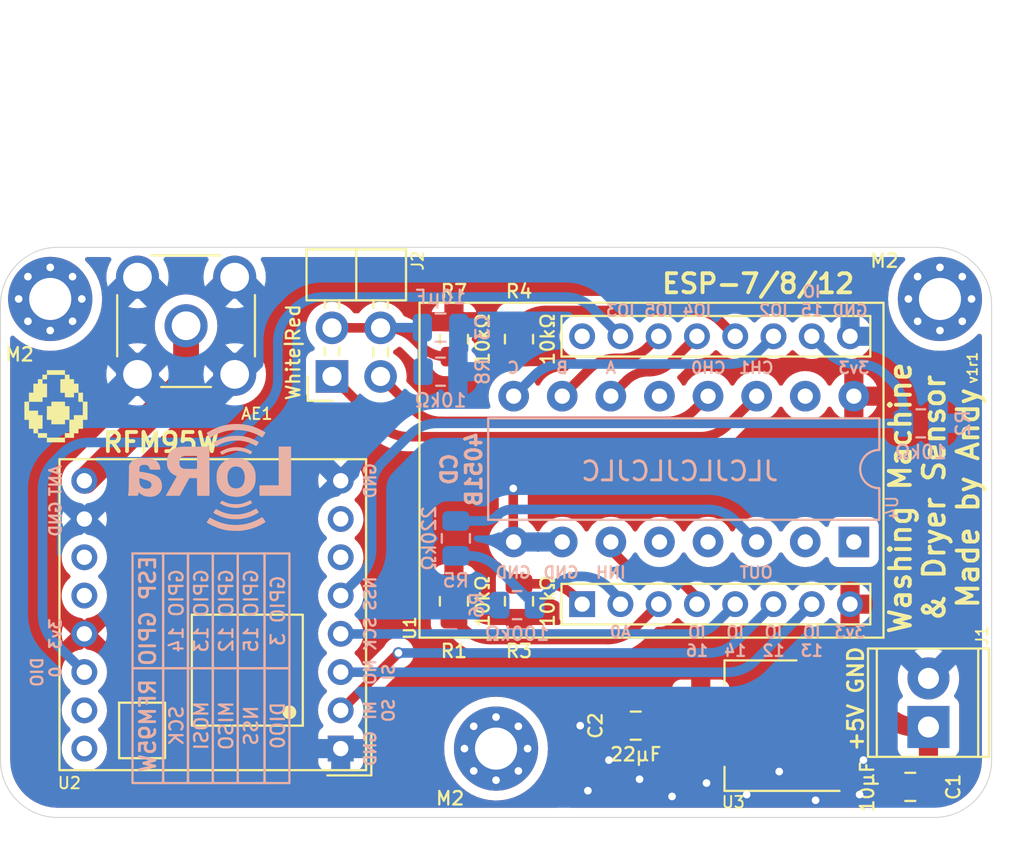
<source format=kicad_pcb>
(kicad_pcb (version 20211014) (generator pcbnew)
  (layers (0 "F.Cu" signal) (31 "B.Cu" signal) (34 "B.Paste" user) (35 "F.Paste" user) (36 "B.SilkS" user "B.Silkscreen") (37 "F.SilkS" user "F.Silkscreen") (38 "B.Mask" user) (39 "F.Mask" user) (44 "Edge.Cuts" user))
  (net 0 "")
  (net 1 "/+5V")
  (net 2 "GND")
  (net 3 "+3V3")
  (net 4 "Net-(C3-Pad2)")
  (net 5 "GPIO4")
  (net 6 "GPIO5")
  (net 7 "GPIO15")
  (net 8 "PM1")
  (net 9 "GPIO16")
  (net 10 "PM2")
  (net 11 "GPIO14")
  (net 12 "GPIO12")
  (net 13 "GPIO13")
  (net 20 "Net-(R1-Pad1)")
  (net 22 "GPIO2")
  (net 23 "/Antenna")
  (net 24 "Net-(R3-Pad2)")
  (net 25 "Net-(R4-Pad2)")
  (net 26 "/ADCRAW")
  (net 27 "A0")
  (net 28 "GPIO3")
  (footprint "Andys-Footprints:ESP-12-Socket" (layer "F.Cu") (at 197.95 110.5 90)
    (fp_text reference "U1" (at 0.5 -24.75 270) (layer "F.SilkS") (effects (font (size 0.6 0.6) (thickness 0.12))))
    (fp_text value "ESP-12")
    (fp_text user "ESP-7/8/12" (at 18.5 -6.55 unlocked) (layer "F.SilkS") (effects (font (thickness 0.2))))
    (pad "1" thru_hole rect (at 1.75 -15.75 90) (size 1.35 1.35) (drill 0.8) (layers *.Cu *.Mask) (net 24 "Net-(R3-Pad2)"))
    (pad "2" thru_hole oval (at 1.75 -13.75 90) (size 1.35 1.35) (drill 0.8) (layers *.Cu *.Mask) (net 27 "A0"))
    (pad "3" thru_hole oval (at 1.75 -11.75 90) (size 1.35 1.35) (drill 0.8) (layers *.Cu *.Mask) (net 20 "Net-(R1-Pad1)"))
    (pad "4" thru_hole oval (at 1.75 -9.75 90) (size 1.35 1.35) (drill 0.8) (layers *.Cu *.Mask) (net 9 "GPIO16"))
    (pad "5" thru_hole oval (at 1.75 -7.75 90) (size 1.35 1.35) (drill 0.8) (layers *.Cu *.Mask) (net 11 "GPIO14"))
    (pad "6" thru_hole oval (at 1.75 -5.75 90) (size 1.35 1.35) (drill 0.8) (layers *.Cu *.Mask) (net 12 "GPIO12"))
    (pad "7" thru_hole oval (at 1.75 -3.75 90) (size 1.35 1.35) (drill 0.8) (layers *.Cu *.Mask) (net 13 "GPIO13"))
    (pad "8" thru_hole oval (at 1.75 -1.75 90) (size 1.35 1.35) (drill 0.8) (layers *.Cu *.Mask) (net 3 "+3V3"))
    (pad "15" thru_hole oval (at 15.75 -1.75 90) (size 1.35 1.35) (drill 0.8) (layers *.Cu *.Mask) (net 2 "GND"))
    (pad "16" thru_hole oval (at 15.75 -3.75 90) (size 1.35 1.35) (drill 0.8) (layers *.Cu *.Mask) (net 7 "GPIO15"))
    (pad "17" thru_hole oval (at 15.75 -5.75 90) (size 1.35 1.35) (drill 0.8) (layers *.Cu *.Mask) (net 22 "GPIO2"))
    (pad "18" thru_hole oval (at 15.75 -7.75 90) (size 1.35 1.35) (drill 0.8) (layers *.Cu *.Mask) (net 25 "Net-(R4-Pad2)"))
    (pad "19" thru_hole oval (at 15.75 -9.75 90) (size 1.35 1.35) (drill 0.8) (layers *.Cu *.Mask) (net 5 "GPIO4"))
    (pad "20" thru_hole oval (at 15.75 -11.75 90) (size 1.35 1.35) (drill 0.8) (layers *.Cu *.Mask) (net 6 "GPIO5"))
    (pad "21" thru_hole oval (at 15.75 -13.75 90) (size 1.35 1.35) (drill 0.8) (layers *.Cu *.Mask) (net 28 "GPIO3"))
    (pad "22" thru_hole circle (at 15.75 -15.75 90) (size 1.35 1.35) (drill 0.8) (layers *.Cu *.Mask))
  )
  (footprint "Capacitor_SMD:C_0805_2012Metric" (layer "F.Cu") (at 199.35 118.3 180)
    (fp_text reference "C1" (at -2.25 0 90 unlocked) (layer "F.SilkS") (effects (font (size 0.7 0.7) (thickness 0.12))))
    (fp_text value "10µF" (at 2.25 0 90) (layer "F.SilkS") (effects (font (size 0.7 0.7) (thickness 0.12))))
    (pad "1" smd roundrect locked (at -0.95 0 180) (size 1 1.45) (layers "F.Cu" "F.Paste" "F.Mask") (net 1 "/+5V"))
    (pad "2" smd roundrect locked (at 0.95 0 180) (size 1 1.45) (layers "F.Cu" "F.Paste" "F.Mask") (net 2 "GND") (thermal_gap 0.5))
  )
  (footprint "Resistor_SMD:R_0805_2012Metric" (layer "F.Cu") (at 175.5 108.6 90)
    (fp_text reference "R1" (at -2.6 0 unlocked) (layer "F.SilkS") (effects (font (size 0.7 0.7) (thickness 0.12))))
    (fp_text value "10kΩ" (at 0 1.5 90) (layer "F.SilkS") (effects (font (size 0.7 0.7) (thickness 0.12))))
    (pad "1" smd roundrect locked (at -0.9125 0 90) (size 1.025 1.4) (layers "F.Cu" "F.Paste" "F.Mask") (roundrect_rratio 0.243902439) (net 20 "Net-(R1-Pad1)"))
    (pad "2" smd roundrect locked (at 0.9125 0 90) (size 1.025 1.4) (layers "F.Cu" "F.Paste" "F.Mask") (roundrect_rratio 0.243902439) (net 3 "+3V3"))
  )
  (footprint "Andys-Footprints:TerminalBlock_Phoenix_MPT-0,5-2-2.54_1x02_P2.54mm_Horizontal-removed-extra-holes" (layer "F.Cu") (at 200.3 115.17 90)
    (fp_text reference "J1" (at 4.77 2.8 90 unlocked) (layer "F.SilkS") (effects (font (size 0.6 0.6) (thickness 0.1))))
    (fp_text value "Screw_Terminal_01x02")
    (pad "1" thru_hole rect locked (at 0 0 90) (size 2.2 2.2) (drill 1.1) (layers *.Cu *.Mask) (net 1 "/+5V"))
    (pad "2" thru_hole circle locked (at 2.54 0 90) (size 2.2 2.2) (drill 1.1) (layers *.Cu *.Mask) (net 2 "GND"))
  )
  (footprint "Resistor_SMD:R_0805_2012Metric" (layer "F.Cu") (at 178.9 108.6 90)
    (fp_text reference "R3" (at -2.6 0 unlocked) (layer "F.SilkS") (effects (font (size 0.7 0.7) (thickness 0.12))))
    (fp_text value "10kΩ" (at 0 1.5 90) (layer "F.SilkS") (effects (font (size 0.7 0.7) (thickness 0.12))))
    (pad "1" smd roundrect locked (at -0.9125 0 90) (size 1.025 1.4) (layers "F.Cu" "F.Paste" "F.Mask") (roundrect_rratio 0.243902439) (net 3 "+3V3"))
    (pad "2" smd roundrect locked (at 0.9125 0 90) (size 1.025 1.4) (layers "F.Cu" "F.Paste" "F.Mask") (roundrect_rratio 0.243902439) (net 24 "Net-(R3-Pad2)"))
  )
  (footprint "MountingHole:MountingHole_2.2mm_M2_Pad_Via" (layer "F.Cu") (at 154.4 92.8)
    (fp_text reference "H1")
    (fp_text value "M2" (at -1.6 2.9) (layer "F.SilkS") (effects (font (size 0.7 0.7) (thickness 0.12))))
    (pad "1" thru_hole circle (at 1.65 0) (size 0.7 0.7) (drill 0.4) (layers *.Cu *.Mask))
    (pad "1" thru_hole circle (at -1.166726 -1.166726) (size 0.7 0.7) (drill 0.4) (layers *.Cu *.Mask))
    (pad "1" thru_hole circle (at 0 0) (size 4.4 4.4) (drill 2.2) (layers *.Cu *.Mask))
    (pad "1" thru_hole circle (at -1.65 0) (size 0.7 0.7) (drill 0.4) (layers *.Cu *.Mask))
    (pad "1" thru_hole circle (at 1.166726 -1.166726) (size 0.7 0.7) (drill 0.4) (layers *.Cu *.Mask))
    (pad "1" thru_hole circle (at 0 1.65) (size 0.7 0.7) (drill 0.4) (layers *.Cu *.Mask))
    (pad "1" thru_hole circle (at 1.166726 1.166726) (size 0.7 0.7) (drill 0.4) (layers *.Cu *.Mask))
    (pad "1" thru_hole circle (at -1.166726 1.166726) (size 0.7 0.7) (drill 0.4) (layers *.Cu *.Mask))
    (pad "1" thru_hole circle (at 0 -1.65) (size 0.7 0.7) (drill 0.4) (layers *.Cu *.Mask))
  )
  (footprint "MountingHole:MountingHole_2.2mm_M2_Pad_Via" (layer "F.Cu") (at 177.7 116.3)
    (fp_text reference "H3")
    (fp_text value "M2" (at -2.4 2.6) (layer "F.SilkS") (effects (font (size 0.7 0.7) (thickness 0.12))))
    (pad "1" thru_hole circle (at 0 -1.65) (size 0.7 0.7) (drill 0.4) (layers *.Cu *.Mask))
    (pad "1" thru_hole circle (at -1.65 0) (size 0.7 0.7) (drill 0.4) (layers *.Cu *.Mask))
    (pad "1" thru_hole circle (at 1.166726 1.166726) (size 0.7 0.7) (drill 0.4) (layers *.Cu *.Mask))
    (pad "1" thru_hole circle (at -1.166726 1.166726) (size 0.7 0.7) (drill 0.4) (layers *.Cu *.Mask))
    (pad "1" thru_hole circle (at -1.166726 -1.166726) (size 0.7 0.7) (drill 0.4) (layers *.Cu *.Mask))
    (pad "1" thru_hole circle (at 0 1.65) (size 0.7 0.7) (drill 0.4) (layers *.Cu *.Mask))
    (pad "1" thru_hole circle (at 0 0) (size 4.4 4.4) (drill 2.2) (layers *.Cu *.Mask))
    (pad "1" thru_hole circle (at 1.65 0) (size 0.7 0.7) (drill 0.4) (layers *.Cu *.Mask))
    (pad "1" thru_hole circle (at 1.166726 -1.166726) (size 0.7 0.7) (drill 0.4) (layers *.Cu *.Mask))
  )
  (footprint "Resistor_SMD:R_0805_2012Metric" (layer "F.Cu") (at 175.5 94.9 -90)
    (fp_text reference "R7" (at -2.5 0 180) (layer "F.SilkS") (effects (font (size 0.7 0.7) (thickness 0.12))))
    (fp_text value "10kΩ" (at 0 -1.5 90) (layer "F.SilkS") (effects (font (size 0.7 0.7) (thickness 0.12))))
    (pad "1" smd roundrect (at -0.9125 0 270) (size 1.025 1.4) (layers "F.Cu" "F.Paste" "F.Mask") (roundrect_rratio 0.243902439) (net 3 "+3V3"))
    (pad "2" smd roundrect (at 0.9125 0 270) (size 1.025 1.4) (layers "F.Cu" "F.Paste" "F.Mask") (roundrect_rratio 0.243902439) (net 4 "Net-(C3-Pad2)"))
  )
  (footprint "Andys-Footprints:HOPERF_RFM9XW_THT_Fixed_Size" (layer "F.Cu") (at 169.5825 116.3 180)
    (fp_text reference "U2" (at 14.1825 -1.8) (layer "F.SilkS") (effects (font (size 0.6 0.6) (thickness 0.1))))
    (fp_text value "RFM95W-868S2")
    (fp_text user "RFM95W" (at 9.3825 16 unlocked) (layer "F.SilkS") (effects (font (thickness 0.2))))
    (pad "1" thru_hole rect (at 0 0 180) (size 1.35 1.35) (drill 0.8) (layers *.Cu *.Mask) (net 2 "GND"))
    (pad "2" thru_hole circle (at 0 2 180) (size 1.35 1.35) (drill 0.8) (layers *.Cu *.Mask) (net 12 "GPIO12"))
    (pad "3" thru_hole circle (at 0 4 180) (size 1.35 1.35) (drill 0.8) (layers *.Cu *.Mask) (net 13 "GPIO13"))
    (pad "4" thru_hole circle (at 0 6 180) (size 1.35 1.35) (drill 0.8) (layers *.Cu *.Mask) (net 11 "GPIO14"))
    (pad "5" thru_hole circle (at 0 8 180) (size 1.35 1.35) (drill 0.8) (layers *.Cu *.Mask) (net 7 "GPIO15"))
    (pad "6" thru_hole circle (at 0 10 180) (size 1.35 1.35) (drill 0.8) (layers *.Cu *.Mask))
    (pad "7" thru_hole circle (at 0 12 180) (size 1.35 1.35) (drill 0.8) (layers *.Cu *.Mask))
    (pad "8" thru_hole circle (at 0 14 180) (size 1.35 1.35) (drill 0.8) (layers *.Cu *.Mask) (net 2 "GND"))
    (pad "9" thru_hole circle (at 13.4 14 180) (size 1.35 1.35) (drill 0.8) (layers *.Cu *.Mask) (net 23 "/Antenna"))
    (pad "10" thru_hole circle (at 13.4 12 180) (size 1.35 1.35) (drill 0.8) (layers *.Cu *.Mask) (net 2 "GND"))
    (pad "11" thru_hole circle (at 13.4 10 180) (size 1.35 1.35) (drill 0.8) (layers *.Cu *.Mask))
    (pad "12" thru_hole circle (at 13.4 8 180) (size 1.35 1.35) (drill 0.8) (layers *.Cu *.Mask))
    (pad "13" thru_hole circle (at 13.4 6 180) (size 1.35 1.35) (drill 0.8) (layers *.Cu *.Mask) (net 3 "+3V3"))
    (pad "14" thru_hole circle (at 13.4 4 180) (size 1.35 1.35) (drill 0.8) (layers *.Cu *.Mask) (net 28 "GPIO3"))
    (pad "15" thru_hole circle (at 13.4 2 180) (size 1.35 1.35) (drill 0.8) (layers *.Cu *.Mask))
    (pad "16" thru_hole circle (at 13.4 0 180) (size 1.35 1.35) (drill 0.8) (layers *.Cu *.Mask))
  )
  (footprint "Package_TO_SOT_SMD:SOT-223-3_TabPin2" (layer "F.Cu") (at 191.55 115.1 180)
    (fp_text reference "U3" (at 1.45 -4) (layer "F.SilkS") (effects (font (size 0.6 0.6) (thickness 0.1))))
    (fp_text value "AMS1117-3.3")
    (pad "1" smd rect (at -3.15 -2.3 180) (size 2 1.5) (layers "F.Cu" "F.Paste" "F.Mask") (net 2 "GND"))
    (pad "2" smd rect (at 3.15 0 180) (size 2 3.8) (layers "F.Cu" "F.Paste" "F.Mask") (net 3 "+3V3"))
    (pad "2" smd rect (at -3.15 0 180) (size 2 1.5) (layers "F.Cu" "F.Paste" "F.Mask") (net 3 "+3V3"))
    (pad "3" smd rect (at -3.15 2.3 180) (size 2 1.5) (layers "F.Cu" "F.Paste" "F.Mask") (net 1 "/+5V"))
  )
  (footprint "Connector_Coaxial:SMA_Molex_73251-2200_Horizontal" (layer "F.Cu") (at 161.5 94.2)
    (fp_text reference "AE1" (at 3.7 4.6 180) (layer "F.SilkS") (effects (font (size 0.6 0.6) (thickness 0.1))))
    (fp_text value "Antenna")
    (pad "1" thru_hole circle locked (at 0 0) (size 2.25 2.25) (drill 1.5) (layers *.Cu *.Mask) (net 23 "/Antenna"))
    (pad "2" thru_hole circle locked (at 2.54 -2.54) (size 2.25 2.25) (drill 1.5) (layers *.Cu *.Mask) (net 2 "GND") (thermal_gap 0.5))
    (pad "2" thru_hole circle locked (at -2.54 2.54) (size 2.25 2.25) (drill 1.5) (layers *.Cu *.Mask) (net 2 "GND") (thermal_gap 0.5))
    (pad "2" thru_hole circle locked (at 2.54 2.54 90) (size 2.25 2.25) (drill 1.5) (layers *.Cu *.Mask) (net 2 "GND") (thermal_gap 0.5))
    (pad "2" thru_hole circle locked (at -2.54 -2.54) (size 2.25 2.25) (drill 1.5) (layers *.Cu *.Mask) (net 2 "GND") (thermal_gap 0.5))
  )
  (footprint "Capacitor_SMD:C_0805_2012Metric" (layer "F.Cu") (at 185 115.1 180)
    (fp_text reference "C2" (at 2.1 0 90 unlocked) (layer "F.SilkS") (effects (font (size 0.7 0.7) (thickness 0.12))))
    (fp_text value "22µF" (at 0 -1.5) (layer "F.SilkS") (effects (font (size 0.7 0.7) (thickness 0.12))))
    (pad "1" smd roundrect locked (at -0.95 0 180) (size 1 1.45) (layers "F.Cu" "F.Paste" "F.Mask") (net 3 "+3V3"))
    (pad "2" smd roundrect locked (at 0.95 0 180) (size 1 1.45) (layers "F.Cu" "F.Paste" "F.Mask") (net 2 "GND"))
  )
  (footprint "MountingHole:MountingHole_2.2mm_M2_Pad_Via" (layer "F.Cu") (at 200.9 92.8)
    (fp_text reference "H2")
    (fp_text value "M2" (at -2.9 -2) (layer "F.SilkS") (effects (font (size 0.7 0.7) (thickness 0.12))))
    (pad "1" thru_hole circle (at 0 0) (size 4.4 4.4) (drill 2.2) (layers *.Cu *.Mask))
    (pad "1" thru_hole circle (at 0 1.65) (size 0.7 0.7) (drill 0.4) (layers *.Cu *.Mask))
    (pad "1" thru_hole circle (at -1.166726 -1.166726) (size 0.7 0.7) (drill 0.4) (layers *.Cu *.Mask))
    (pad "1" thru_hole circle (at 1.166726 1.166726) (size 0.7 0.7) (drill 0.4) (layers *.Cu *.Mask))
    (pad "1" thru_hole circle (at 0 -1.65) (size 0.7 0.7) (drill 0.4) (layers *.Cu *.Mask))
    (pad "1" thru_hole circle (at 1.166726 -1.166726) (size 0.7 0.7) (drill 0.4) (layers *.Cu *.Mask))
    (pad "1" thru_hole circle (at -1.166726 1.166726) (size 0.7 0.7) (drill 0.4) (layers *.Cu *.Mask))
    (pad "1" thru_hole circle (at -1.65 0) (size 0.7 0.7) (drill 0.4) (layers *.Cu *.Mask))
    (pad "1" thru_hole circle (at 1.65 0) (size 0.7 0.7) (drill 0.4) (layers *.Cu *.Mask))
  )
  (footprint "Connector_PinHeader_2.54mm:PinHeader_2x02_P2.54mm_Horizontal" (layer "F.Cu") (at 169.125 96.85 90)
    (fp_text reference "J2" (at 6.05 4.475 90) (layer "F.SilkS") (effects (font (size 0.6 0.6) (thickness 0.1))))
    (fp_text value "Conn_02x02_Odd_Even")
    (pad "1" thru_hole rect (at 0 0 90) (size 1.7 1.7) (drill 1) (layers *.Cu *.Mask) (net 10 "PM2"))
    (pad "2" thru_hole oval (at 2.54 0 90) (size 1.7 1.7) (drill 1) (layers *.Cu *.Mask) (net 4 "Net-(C3-Pad2)"))
    (pad "3" thru_hole oval (at 0 2.54 90) (size 1.7 1.7) (drill 1) (layers *.Cu *.Mask) (net 8 "PM1"))
    (pad "4" thru_hole oval (at 2.54 2.54 90) (size 1.7 1.7) (drill 1) (layers *.Cu *.Mask) (net 4 "Net-(C3-Pad2)"))
  )
  (footprint "Resistor_SMD:R_0805_2012Metric" (layer "F.Cu") (at 178.9 94.9 90)
    (fp_text reference "R4" (at 2.5 0 180) (layer "F.SilkS") (effects (font (size 0.7 0.7) (thickness 0.12))))
    (fp_text value "10kΩ" (at 0 1.5 90) (layer "F.SilkS") (effects (font (size 0.7 0.7) (thickness 0.12))))
    (pad "1" smd roundrect (at -0.9125 0 90) (size 1.025 1.4) (layers "F.Cu" "F.Paste" "F.Mask") (roundrect_rratio 0.243902439) (net 3 "+3V3"))
    (pad "2" smd roundrect (at 0.9125 0 90) (size 1.025 1.4) (layers "F.Cu" "F.Paste" "F.Mask") (roundrect_rratio 0.243902439) (net 25 "Net-(R4-Pad2)"))
  )
  (footprint "Andys-Footprints:Yoshi-Egg-Small" (layer "F.Cu") (at 154.7 98.4)
    (fp_text reference "G1" hide)
    (fp_text value "LOGO" hide)
  )
  (footprint "Resistor_SMD:R_0805_2012Metric" (layer "B.Cu") (at 199.9 99.3)
    (fp_text reference "R2" (at 2.2 0 90 unlocked) (layer "B.SilkS") (effects (font (size 0.7 0.7) (thickness 0.12)) (justify mirror)))
    (fp_text value "10kΩ" (at 0 1.5) (layer "B.SilkS") (effects (font (size 0.7 0.7) (thickness 0.12)) (justify mirror)))
    (pad "1" smd roundrect locked (at -0.9125 0) (size 1.025 1.4) (layers "B.Cu" "B.Paste" "B.Mask") (roundrect_rratio 0.243902439) (net 7 "GPIO15"))
    (pad "2" smd roundrect locked (at 0.9125 0) (size 1.025 1.4) (layers "B.Cu" "B.Paste" "B.Mask") (roundrect_rratio 0.243902439) (net 2 "GND"))
  )
  (footprint "Capacitor_SMD:C_0805_2012Metric" (layer "B.Cu") (at 174.8 94.3 180)
    (fp_text reference "C3" (at -2.2 0 90) (layer "B.SilkS") (effects (font (size 0.7 0.7) (thickness 0.12)) (justify mirror)))
    (fp_text value "10µF" (at 0 1.6) (layer "B.SilkS") (effects (font (size 0.7 0.7) (thickness 0.12)) (justify mirror)))
    (pad "1" smd roundrect (at -0.95 0 180) (size 1 1.45) (layers "B.Cu" "B.Paste" "B.Mask") (net 2 "GND"))
    (pad "2" smd roundrect (at 0.95 0 180) (size 1 1.45) (layers "B.Cu" "B.Paste" "B.Mask") (net 4 "Net-(C3-Pad2)"))
  )
  (footprint "Package_DIP:DIP-16_W7.62mm" (layer "B.Cu") (at 196.4 105.5 90)
    (fp_text reference "U4" (at 1.8 2 90) (layer "B.SilkS") (effects (font (size 0.6 0.6) (thickness 0.1)) (justify mirror)))
    (fp_text value "CD4051B")
    (pad "1" thru_hole rect (at 0 0 90) (size 1.6 1.6) (drill 0.8) (layers *.Cu *.Mask))
    (pad "2" thru_hole oval (at 0 -2.54 90) (size 1.6 1.6) (drill 0.8) (layers *.Cu *.Mask))
    (pad "3" thru_hole oval (at 0 -5.08 90) (size 1.6 1.6) (drill 0.8) (layers *.Cu *.Mask) (net 26 "/ADCRAW"))
    (pad "4" thru_hole oval (at 0 -7.62 90) (size 1.6 1.6) (drill 0.8) (layers *.Cu *.Mask))
    (pad "5" thru_hole oval (at 0 -10.16 90) (size 1.6 1.6) (drill 0.8) (layers *.Cu *.Mask))
    (pad "6" thru_hole oval (at 0 -12.7 90) (size 1.6 1.6) (drill 0.8) (layers *.Cu *.Mask) (net 9 "GPIO16"))
    (pad "7" thru_hole oval (at 0 -15.24 90) (size 1.6 1.6) (drill 0.8) (layers *.Cu *.Mask) (net 2 "GND"))
    (pad "8" thru_hole oval (at 0 -17.78 90) (size 1.6 1.6) (drill 0.8) (layers *.Cu *.Mask) (net 2 "GND"))
    (pad "9" thru_hole oval (at 7.62 -17.78 90) (size 1.6 1.6) (drill 0.8) (layers *.Cu *.Mask) (net 22 "GPIO2"))
    (pad "10" thru_hole oval (at 7.62 -15.24 90) (size 1.6 1.6) (drill 0.8) (layers *.Cu *.Mask) (net 6 "GPIO5"))
    (pad "11" thru_hole oval (at 7.62 -12.7 90) (size 1.6 1.6) (drill 0.8) (layers *.Cu *.Mask) (net 5 "GPIO4"))
    (pad "12" thru_hole oval (at 7.62 -10.16 90) (size 1.6 1.6) (drill 0.8) (layers *.Cu *.Mask))
    (pad "13" thru_hole oval (at 7.62 -7.62 90) (size 1.6 1.6) (drill 0.8) (layers *.Cu *.Mask) (net 8 "PM1"))
    (pad "14" thru_hole oval (at 7.62 -5.08 90) (size 1.6 1.6) (drill 0.8) (layers *.Cu *.Mask) (net 10 "PM2"))
    (pad "15" thru_hole oval (at 7.62 -2.54 90) (size 1.6 1.6) (drill 0.8) (layers *.Cu *.Mask))
    (pad "16" thru_hole oval (at 7.62 0 90) (size 1.6 1.6) (drill 0.8) (layers *.Cu *.Mask) (net 3 "+3V3"))
  )
  (footprint "Resistor_SMD:R_0805_2012Metric" (layer "B.Cu") (at 178.8 108.8 180)
    (fp_text reference "R6" (at 2.1 0 90) (layer "B.SilkS") (effects (font (size 0.7 0.7) (thickness 0.12)) (justify mirror)))
    (fp_text value "100kΩ" (at 0 -1.5) (layer "B.SilkS") (effects (font (size 0.7 0.7) (thickness 0.12)) (justify mirror)))
    (pad "1" smd roundrect (at -0.9125 0 180) (size 1.025 1.4) (layers "B.Cu" "B.Paste" "B.Mask") (roundrect_rratio 0.243902439) (net 27 "A0"))
    (pad "2" smd roundrect (at 0.9125 0 180) (size 1.025 1.4) (layers "B.Cu" "B.Paste" "B.Mask") (roundrect_rratio 0.243902439) (net 2 "GND"))
  )
  (footprint "Resistor_SMD:R_0805_2012Metric" (layer "B.Cu") (at 175.6 105.3125 -90)
    (fp_text reference "R5" (at 2.2 0 180) (layer "B.SilkS") (effects (font (size 0.7 0.7) (thickness 0.12)) (justify mirror)))
    (fp_text value "220kΩ" (at 0 1.4 90) (layer "B.SilkS") (effects (font (size 0.7 0.7) (thickness 0.12)) (justify mirror)))
    (pad "1" smd roundrect (at -0.9125 0 270) (size 1.025 1.4) (layers "B.Cu" "B.Paste" "B.Mask") (roundrect_rratio 0.243902439) (net 26 "/ADCRAW"))
    (pad "2" smd roundrect (at 0.9125 0 270) (size 1.025 1.4) (layers "B.Cu" "B.Paste" "B.Mask") (roundrect_rratio 0.243902439) (net 27 "A0"))
  )
  (footprint "Resistor_SMD:R_0805_2012Metric" (layer "B.Cu") (at 174.8 96.6)
    (fp_text reference "R8" (at 2.2 0 90) (layer "B.SilkS") (effects (font (size 0.7 0.7) (thickness 0.12)) (justify mirror)))
    (fp_text value "10kΩ" (at 0 1.5) (layer "B.SilkS") (effects (font (size 0.7 0.7) (thickness 0.12)) (justify mirror)))
    (pad "1" smd roundrect (at -0.9125 0) (size 1.025 1.4) (layers "B.Cu" "B.Paste" "B.Mask") (roundrect_rratio 0.243902439) (net 4 "Net-(C3-Pad2)"))
    (pad "2" smd roundrect (at 0.9125 0) (size 1.025 1.4) (layers "B.Cu" "B.Paste" "B.Mask") (roundrect_rratio 0.243902439) (net 2 "GND"))
  )
  (footprint "LOGO" (layer "B.Cu") (at 162.5 102.1 180)
    (fp_text reference "G2")
    (fp_text value "LOGO" hide)
  )
  (gr_rect (start 161.6 106.1) (end 162.9 112.1) (layer "B.SilkS") (width 0.12) (fill none))
  (gr_rect (start 158.7 106.1) (end 160.3 112.1) (layer "B.SilkS") (width 0.12) (fill none))
  (gr_rect (start 162.9 106.1) (end 164.2 112.1) (layer "B.SilkS") (width 0.12) (fill none))
  (gr_rect (start 158.7 112.1) (end 160.3 118.1) (layer "B.SilkS") (width 0.12) (fill none))
  (gr_rect (start 164.2 112.1) (end 165.6 118.1) (layer "B.SilkS") (width 0.12) (fill none))
  (gr_rect (start 160.3 112.1) (end 161.6 118.1) (layer "B.SilkS") (width 0.12) (fill none))
  (gr_rect (start 165.6 106.1) (end 166.9 112.1) (layer "B.SilkS") (width 0.12) (fill none))
  (gr_rect (start 161.6 112.1) (end 162.9 118.1) (layer "B.SilkS") (width 0.12) (fill none))
  (gr_rect (start 160.3 106.1) (end 161.6 112.1) (layer "B.SilkS") (width 0.12) (fill none))
  (gr_rect (start 162.9 112.1) (end 164.2 118.1) (layer "B.SilkS") (width 0.12) (fill none))
  (gr_rect (start 164.2 106.1) (end 165.6 112.1) (layer "B.SilkS") (width 0.12) (fill none))
  (gr_rect (start 165.6 112.1) (end 166.9 118.1) (layer "B.SilkS") (width 0.12) (fill none))
  (gr_poly (pts (xy 161.8 109.3) (xy 167.6 109.3) (xy 167.6 115.1) (xy 161.8 115.1)) (layer "F.SilkS") (width 0.12) (fill none))
  (gr_rect (start 158 113.9) (end 160.4 116.8) (layer "F.SilkS") (width 0.12) (fill none))
  (gr_poly (pts (xy 167.204628 114.4) (xy 167.186257 114.295811) (xy 167.133359 114.204189) (xy 167.052314 114.136184) (xy 166.952898 114.1) (xy 166.847102 114.1) (xy 166.747686 114.136184) (xy 166.666641 114.204189) (xy 166.613743 114.295811) (xy 166.595372 114.4) (xy 166.613743 114.504189) (xy 166.666641 114.595811) (xy 166.747686 114.663816) (xy 166.847102 114.7) (xy 166.952898 114.7) (xy 167.052314 114.663816) (xy 167.133359 114.595811) (xy 167.186257 114.504189)) (layer "F.SilkS") (width 0.1) (fill none))
  (gr_circle (center 166.9 114.4) (end 167.2 114.4) (layer "F.SilkS") (width 0.12) (fill solid))
  (gr_line (start 167.6 95.15) (end 166.65 95.15) (layer "F.SilkS") (width 0.12))
  (gr_line (start 151.8 93.1) (end 151.8 116.9) (layer "Edge.Cuts") (width 0.05))
  (gr_line (start 154.8 119.9) (end 200.6 119.9) (layer "Edge.Cuts") (width 0.05))
  (gr_arc (start 151.8 93.1) (mid 152.67868 90.97868) (end 154.8 90.1) (layer "Edge.Cuts") (width 0.05))
  (gr_arc (start 200.6 90.1) (mid 202.72132 90.97868) (end 203.6 93.1) (layer "Edge.Cuts") (width 0.05))
  (gr_arc (start 203.6 116.9) (mid 202.72132 119.02132) (end 200.6 119.9) (layer "Edge.Cuts") (width 0.05))
  (gr_line (start 200.6 90.1) (end 154.8 90.1) (layer "Edge.Cuts") (width 0.05))
  (gr_arc (start 154.8 119.9) (mid 152.67868 119.02132) (end 151.8 116.9) (layer "Edge.Cuts") (width 0.05))
  (gr_line (start 203.6 116.9) (end 203.6 93.1) (layer "Edge.Cuts") (width 0.05))
  (gr_text "IO4" (at 188.2 93.4) (layer "B.SilkS") (effects (font (size 0.6 0.6) (thickness 0.12)) (justify mirror)))
  (gr_text "GPIO 15" (at 164.9 109.1 90) (layer "B.SilkS") (effects (font (size 0.7 0.7) (thickness 0.12)) (justify mirror)))
  (gr_text "A0" (at 184.2 110.2) (layer "B.SilkS") (effects (font (size 0.6 0.6) (thickness 0.12)) (justify mirror)))
  (gr_text "IO\n12" (at 192.2 110.7) (layer "B.SilkS") (effects (font (size 0.6 0.6) (thickness 0.12)) (justify mirror)))
  (gr_text "GPIO 13" (at 162.3 109.1 90) (layer "B.SilkS") (effects (font (size 0.7 0.7) (thickness 0.12)) (justify mirror)))
  (gr_text "C" (at 178.6 96.4) (layer "B.SilkS") (effects (font (size 0.6 0.6) (thickness 0.12)) (justify mirror)))
  (gr_text "IO5" (at 186.2 93.4) (layer "B.SilkS") (effects (font (size 0.6 0.6) (thickness 0.12)) (justify mirror)))
  (gr_text "GND" (at 196.2 93.4) (layer "B.SilkS") (effects (font (size 0.6 0.6) (thickness 0.12)) (justify mirror)))
  (gr_text "MOSI" (at 162.3 115.1 90) (layer "B.SilkS") (effects (font (size 0.7 0.7) (thickness 0.12)) (justify mirror)))
  (gr_text "SCK" (at 171.125 110.3 90) (layer "B.SilkS") (effects (font (size 0.6 0.6) (thickness 0.12)) (justify mirror)))
  (gr_text "GPIO 3" (at 166.3 109.1 90) (layer "B.SilkS") (effects (font (size 0.7 0.7) (thickness 0.12)) (justify mirror)))
  (gr_text "ESP GPIO" (at 159.5 109.1 90) (layer "B.SilkS") (effects (font (size 0.8 0.8)) (justify mirror)))
  (gr_text "IO3" (at 184.2 93.4) (layer "B.SilkS") (effects (font (size 0.6 0.6) (thickness 0.12)) (justify mirror)))
  (gr_text "IO\n15" (at 194.2 92.9) (layer "B.SilkS") (effects (font (size 0.6 0.6) (thickness 0.12)) (justify mirror)))
  (gr_text "GND" (at 171.125 116.3 90) (layer "B.SilkS") (effects (font (size 0.6 0.6) (thickness 0.12)) (justify mirror)))
  (gr_text "IO2" (at 192.2 93.4) (layer "B.SilkS") (effects (font (size 0.6 0.6) (thickness 0.12)) (justify mirror)))
  (gr_text "CH1" (at 191.3 96.4) (layer "B.SilkS") (effects (font (size 0.6 0.6) (thickness 0.12)) (justify mirror)))
  (gr_text "GND" (at 154.675 104.3 90) (layer "B.SilkS") (effects (font (size 0.6 0.6) (thickness 0.12)) (justify mirror)))
  (gr_text "MI\nSO" (at 171.6 114.3 90) (layer "B.SilkS") (effects (font (size 0.6 0.6) (thickness 0.12)) (justify mirror)))
  (gr_text "IO\n14" (at 190.2 110.7) (layer "B.SilkS") (effects (font (size 0.6 0.6) (thickness 0.12)) (justify mirror)))
  (gr_text "MISO" (at 163.6 115.1 90) (layer "B.SilkS") (effects (font (size 0.7 0.7) (thickness 0.12)) (justify mirror)))
  (gr_text "GND" (at 181.1 107.1) (layer "B.SilkS") (effects (font (size 0.6 0.6) (thickness 0.12)) (justify mirror)))
  (gr_text "IO\n13" (at 194.2 110.7) (layer "B.SilkS") (effects (font (size 0.6 0.6) (thickness 0.12)) (justify mirror)))
  (gr_text "MO\nSI" (at 171.6 112.3 90) (layer "B.SilkS") (effects (font (size 0.6 0.6) (thickness 0.12)) (justify mirror)))
  (gr_text "GPIO 14" (at 161 109.1 90) (layer "B.SilkS") (effects (font (size 0.7 0.7) (thickness 0.12)) (justify mirror)))
  (gr_text "3v3" (at 196.2 110.2) (layer "B.SilkS") (effects (font (size 0.6 0.6) (thickness 0.12)) (justify mirror)))
  (gr_text "GPIO 12" (at 163.6 109.1 90) (layer "B.SilkS") (effects (font (size 0.7 0.7) (thickness 0.12)) (justify mirror)))
  (gr_text "DIO0" (at 166.3 115.1 90) (layer "B.SilkS") (effects (font (size 0.7 0.7) (thickness 0.12)) (justify mirror)))
  (gr_text "CH0" (at 188.8 96.4) (layer "B.SilkS") (effects (font (size 0.6 0.6) (thickness 0.12)) (justify mirror)))
  (gr_text "A" (at 183.7 96.4) (layer "B.SilkS") (effects (font (size 0.6 0.6) (thickness 0.12)) (justify mirror)))
  (gr_text "NSS" (at 171.125 108.2 90) (layer "B.SilkS") (effects (font (size 0.6 0.6) (thickness 0.12)) (justify mirror)))
  (gr_text "DIO\n0" (at 154.2 112.3 90) (layer "B.SilkS") (effects (font (size 0.6 0.6) (thickness 0.12)) (justify mirror)))
  (gr_text "ANT" (at 154.675 102.3 90) (layer "B.SilkS") (effects (font (size 0.6 0.6) (thickness 0.12)) (justify mirror)))
  (gr_text "SCK" (at 161 115.1 90) (layer "B.SilkS") (effects (font (size 0.7 0.7) (thickness 0.12)) (justify mirror)))
  (gr_text "RFM95W" (at 159.5 115.1 90) (layer "B.SilkS") (effects (font (size 0.8 0.8)) (justify mirror)))
  (gr_text "3v3" (at 154.675 110.3 90) (layer "B.SilkS") (effects (font (size 0.6 0.6) (thickness 0.12)) (justify mirror)))
  (gr_text "INH" (at 183.7 107.1) (layer "B.SilkS") (effects (font (size 0.6 0.6) (thickness 0.12)) (justify mirror)))
  (gr_text "IO\n16" (at 188.2 110.7) (layer "B.SilkS") (effects (font (size 0.6 0.6) (thickness 0.12)) (justify mirror)))
  (gr_text "3v3" (at 196.4 96.4) (layer "B.SilkS") (effects (font (size 0.6 0.6) (thickness 0.12)) (justify mirror)))
  (gr_text "CD\n4051B" (at 175.9 101.7 90) (layer "B.SilkS") (effects (font (size 0.8 0.8) (thickness 0.18)) (justify mirror)))
  (gr_text "GND" (at 178.6 107.1) (layer "B.SilkS") (effects (font (size 0.6 0.6) (thickness 0.12)) (justify mirror)))
  (gr_text "JLCJLCJLCJLC" (at 187.3 101.8) (layer "B.SilkS") (effects (font (size 1 1)) (justify mirror)))
  (gr_text "NSS" (at 164.9 115.1 90) (layer "B.SilkS") (effects (font (size 0.7 0.7) (thickness 0.12)) (justify mirror)))
  (gr_text "OUT" (at 191.3 107.1) (layer "B.SilkS") (effects (font (size 0.6 0.6) (thickness 0.12)) (justify mirror)))
  (gr_text "GND" (at 171.125 102.3 90) (layer "B.SilkS") (effects (font (size 0.6 0.6) (thickness 0.12)) (justify mirror)))
  (gr_text "B" (at 181.15 96.4) (layer "B.SilkS") (effects (font (size 0.6 0.6) (thickness 0.12)) (justify mirror)))
  (gr_text "GND" (at 196.5 112.2 90) (layer "F.SilkS") (effects (font (size 0.8 0.8))))
  (gr_text "White" (at 167.1 96.7 90) (layer "F.SilkS") (effects (font (size 0.7 0.7) (thickness 0.12))))
  (gr_text "+5V" (at 196.5 115.2 90) (layer "F.SilkS") (effects (font (size 0.8 0.8))))
  (gr_text "Washing Machine\n& Dryer Sensor\nMade by Andy" (at 200.6 103.2 90) (layer "F.SilkS") (effects (font (size 1.1 1.1) (thickness 0.2))))
  (gr_text "Red" (at 167.1 94.05 90) (layer "F.SilkS") (effects (font (size 0.7 0.7) (thickness 0.12))))
  (gr_text "v1r1" (at 202.6 96.4 90) (layer "F.SilkS") (effects (font (size 0.5 0.5) (thickness 0.1))))
  (segment (start 200.3 115.17) (end 200.3 118.3) (width 1) (layer "F.Cu") (net 1))
  (segment (start 194.7 112.8) (end 195.571573 112.8) (width 1) (layer "F.Cu") (net 1))
  (segment (start 196.985787 113.385787) (end 198.184214 114.584214) (width 1) (layer "F.Cu") (net 1))
  (segment (start 199.598427 115.17) (end 200.3 115.17) (width 1) (layer "F.Cu") (net 1))
  (arc (start 196.985787 113.385787) (mid 196.33694 112.952241) (end 195.571573 112.8) (width 1) (layer "F.Cu") (net 1))
  (arc (start 198.184214 114.584214) (mid 198.83306 115.017759) (end 199.598427 115.17) (width 1) (layer "F.Cu") (net 1))
  (segment (start 178.6 105.48) (end 178.62 105.5) (width 0.5) (layer "F.Cu") (net 2))
  (segment (start 178.6 102.7) (end 178.6 105.48) (width 0.5) (layer "F.Cu") (net 2))
  (via (at 190.8 118.7) (size 0.6) (drill 0.4) (layers "F.Cu" "B.Cu") (net 2))
  (via (at 194.4 119) (size 0.6) (drill 0.4) (layers "F.Cu" "B.Cu") (net 2))
  (via (at 182.5 118.5) (size 0.6) (drill 0.4) (layers "F.Cu" "B.Cu") (net 2))
  (via (at 178.6 102.7) (size 0.6) (drill 0.4) (layers "F.Cu" "B.Cu") (net 2))
  (via (at 196.9 116.9) (size 0.6) (drill 0.4) (layers "F.Cu" "B.Cu") (net 2))
  (via (at 196.7 118.7) (size 0.6) (drill 0.4) (layers "F.Cu" "B.Cu") (net 2))
  (via (at 183.6 116.9) (size 0.6) (drill 0.4) (layers "F.Cu" "B.Cu") (net 2))
  (via (at 188.7 118.1) (size 0.6) (drill 0.4) (layers "F.Cu" "B.Cu") (net 2))
  (via (at 186.9 118.8) (size 0.6) (drill 0.4) (layers "F.Cu" "B.Cu") (net 2))
  (via (at 185.2 117.9) (size 0.6) (drill 0.4) (layers "F.Cu" "B.Cu") (net 2))
  (via (at 192.5 117.5) (size 0.6) (drill 0.4) (layers "F.Cu" "B.Cu") (net 2))
  (via (at 182.1 115.1) (size 0.6) (drill 0.4) (layers "F.Cu" "B.Cu") (net 2))
  (segment (start 173.726713 95.226713) (end 173.395786 94.895786) (width 0.5) (layer "F.Cu") (net 4))
  (segment (start 175.5 95.8125) (end 175.140927 95.8125) (width 0.5) (layer "F.Cu") (net 4))
  (segment (start 171.665 94.31) (end 169.125 94.31) (width 0.5) (layer "F.Cu") (net 4))
  (segment (start 171.981573 94.31) (end 171.665 94.31) (width 0.5) (layer "F.Cu") (net 4))
  (arc (start 171.981573 94.31) (mid 172.74694 94.462241) (end 173.395786 94.895786) (width 0.5) (layer "F.Cu") (net 4))
  (arc (start 175.140927 95.8125) (mid 174.37556 95.660259) (end 173.726713 95.226713) (width 0.5) (layer "F.Cu") (net 4))
  (segment (start 171.675 94.3) (end 171.665 94.31) (width 0.5) (layer "B.Cu") (net 4))
  (segment (start 173.85 96.5625) (end 173.8875 96.6) (width 0.5) (layer "B.Cu") (net 4))
  (segment (start 173.85 94.3) (end 173.85 96.5625) (width 0.5) (layer "B.Cu") (net 4))
  (segment (start 173.85 94.3) (end 171.675 94.3) (width 0.5) (layer "B.Cu") (net 4))
  (segment (start 188.2 94.75) (end 186.818629 96.131371) (width 0.5) (layer "F.Cu") (net 5))
  (segment (start 184.511371 97.068629) (end 183.7 97.88) (width 0.5) (layer "F.Cu") (net 5))
  (segment (start 185.687258 96.6) (end 185.642742 96.6) (width 0.5) (layer "F.Cu") (net 5))
  (arc (start 184.511371 97.068629) (mid 185.030448 96.721793) (end 185.642742 96.6) (width 0.5) (layer "F.Cu") (net 5))
  (arc (start 186.818629 96.131371) (mid 186.299552 96.478207) (end 185.687258 96.6) (width 0.5) (layer "F.Cu") (net 5))
  (segment (start 184.221573 95.9) (end 183.968427 95.9) (width 0.5) (layer "F.Cu") (net 6))
  (segment (start 186.2 94.75) (end 185.635786 95.314214) (width 0.5) (layer "F.Cu") (net 6))
  (segment (start 182.554213 96.485787) (end 181.16 97.88) (width 0.5) (layer "F.Cu") (net 6))
  (arc (start 184.221573 95.9) (mid 184.98694 95.747759) (end 185.635786 95.314214) (width 0.5) (layer "F.Cu") (net 6))
  (arc (start 183.968427 95.9) (mid 183.20306 96.052241) (end 182.554213 96.485787) (width 0.5) (layer "F.Cu") (net 6))
  (segment (start 195.064213 95.614213) (end 194.2 94.75) (width 0.5) (layer "B.Cu") (net 7))
  (segment (start 198.9875 99.3) (end 174.628427 99.3) (width 0.5) (layer "B.Cu") (net 7))
  (segment (start 198.9875 99.3) (end 198.9875 98.515927) (width 0.5) (layer "B.Cu") (net 7))
  (segment (start 173.214213 99.885787) (end 171.785786 101.314214) (width 0.5) (layer "B.Cu") (net 7))
  (segment (start 198.401713 97.101713) (end 198.085786 96.785786) (width 0.5) (layer "B.Cu") (net 7))
  (segment (start 196.671573 96.2) (end 196.478427 96.2) (width 0.5) (layer "B.Cu") (net 7))
  (segment (start 171.2 102.728427) (end 171.2 105.854073) (width 0.5) (layer "B.Cu") (net 7))
  (segment (start 170.614213 107.268287) (end 169.5825 108.3) (width 0.5) (layer "B.Cu") (net 7))
  (arc (start 170.614213 107.268287) (mid 171.047759 106.61944) (end 171.2 105.854073) (width 0.5) (layer "B.Cu") (net 7))
  (arc (start 174.628427 99.3) (mid 173.86306 99.452241) (end 173.214213 99.885787) (width 0.5) (layer "B.Cu") (net 7))
  (arc (start 198.9875 98.515927) (mid 198.835259 97.75056) (end 198.401713 97.101713) (width 0.5) (layer "B.Cu") (net 7))
  (arc (start 171.785786 101.314214) (mid 171.352241 101.96306) (end 171.2 102.728427) (width 0.5) (layer "B.Cu") (net 7))
  (arc (start 196.671573 96.2) (mid 197.43694 96.352241) (end 198.085786 96.785786) (width 0.5) (layer "B.Cu") (net 7))
  (arc (start 196.478427 96.2) (mid 195.71306 96.047759) (end 195.064213 95.614213) (width 0.5) (layer "B.Cu") (net 7))
  (segment (start 171.665 96.85) (end 173.429214 98.614214) (width 0.5) (layer "F.Cu") (net 8))
  (segment (start 188.045787 98.614213) (end 188.78 97.88) (width 0.5) (layer "F.Cu") (net 8))
  (segment (start 174.843427 99.2) (end 186.631573 99.2) (width 0.5) (layer "F.Cu") (net 8))
  (arc (start 173.429214 98.614214) (mid 174.07806 99.047759) (end 174.843427 99.2) (width 0.5) (layer "F.Cu") (net 8))
  (arc (start 188.045787 98.614213) (mid 187.39694 99.047759) (end 186.631573 99.2) (width 0.5) (layer "F.Cu") (net 8))
  (segment (start 183.7 105.9) (end 184.414214 106.614214) (width 0.5) (layer "F.Cu") (net 9))
  (segment (start 183.7 105.5) (end 183.7 105.9) (width 0.5) (layer "F.Cu") (net 9))
  (segment (start 187.585787 107.785787) (end 188.2 108.4) (width 0.5) (layer "F.Cu") (net 9))
  (segment (start 185.828427 107.2) (end 186.171573 107.2) (width 0.5) (layer "F.Cu") (net 9))
  (segment (start 188.2 108.4) (end 188.2 108.75) (width 0.5) (layer "F.Cu") (net 9))
  (arc (start 187.585787 107.785787) (mid 186.93694 107.352241) (end 186.171573 107.2) (width 0.5) (layer "F.Cu") (net 9))
  (arc (start 185.828427 107.2) (mid 185.06306 107.047759) (end 184.414214 106.614214) (width 0.5) (layer "F.Cu") (net 9))
  (segment (start 169.125 96.85) (end 171.689214 99.414214) (width 0.5) (layer "F.Cu") (net 10))
  (segment (start 173.103427 100) (end 188.371573 100) (width 0.5) (layer "F.Cu") (net 10))
  (segment (start 189.785787 99.414213) (end 191.32 97.88) (width 0.5) (layer "F.Cu") (net 10))
  (arc (start 171.689214 99.414214) (mid 172.33806 99.847759) (end 173.103427 100) (width 0.5) (layer "F.Cu") (net 10))
  (arc (start 189.785787 99.414213) (mid 189.13694 99.847759) (end 188.371573 100) (width 0.5) (layer "F.Cu") (net 10))
  (segment (start 169.5825 110.3) (end 169.59 110.3075) (width 0.5) (layer "B.Cu") (net 11))
  (segment (start 189.228287 109.721713) (end 190.2 108.75) (width 0.5) (layer "B.Cu") (net 11))
  (segment (start 169.59 110.3075) (end 187.814073 110.3075) (width 0.5) (layer "B.Cu") (net 11))
  (arc (start 189.228287 109.721713) (mid 188.57944 110.155259) (end 187.814073 110.3075) (width 0.5) (layer "B.Cu") (net 11))
  (segment (start 172.6 111.3) (end 169.6 114.3) (width 0.5) (layer "F.Cu") (net 12))
  (segment (start 169.6 114.3) (end 169.5825 114.3) (width 0.5) (layer "F.Cu") (net 12))
  (via (at 172.6 111.3) (size 0.6) (drill 0.4) (layers "F.Cu" "B.Cu") (net 12))
  (segment (start 172.6 111.3) (end 188.821573 111.3) (width 0.5) (layer "B.Cu") (net 12))
  (segment (start 190.235787 110.714213) (end 192.2 108.75) (width 0.5) (layer "B.Cu") (net 12))
  (arc (start 188.821573 111.3) (mid 189.58694 111.147759) (end 190.235787 110.714213) (width 0.5) (layer "B.Cu") (net 12))
  (segment (start 169.5825 112.3) (end 169.59 112.3075) (width 0.5) (layer "B.Cu") (net 13))
  (segment (start 169.59 112.3075) (end 189.814073 112.3075) (width 0.5) (layer "B.Cu") (net 13))
  (segment (start 191.228287 111.721713) (end 194.2 108.75) (width 0.5) (layer "B.Cu") (net 13))
  (arc (start 189.814073 112.3075) (mid 190.57944 112.155259) (end 191.228287 111.721713) (width 0.5) (layer "B.Cu") (net 13))
  (segment (start 177.415927 110.6) (end 183.521573 110.6) (width 0.5) (layer "F.Cu") (net 20))
  (segment (start 175.5 109.5125) (end 176.001714 110.014214) (width 0.5) (layer "F.Cu") (net 20))
  (segment (start 184.935787 110.014213) (end 186.2 108.75) (width 0.5) (layer "F.Cu") (net 20))
  (arc (start 183.521573 110.6) (mid 184.28694 110.447759) (end 184.935787 110.014213) (width 0.5) (layer "F.Cu") (net 20))
  (arc (start 176.001714 110.014214) (mid 176.65056 110.447759) (end 177.415927 110.6) (width 0.5) (layer "F.Cu") (net 20))
  (segment (start 192.2 94.75) (end 191.335786 95.614214) (width 0.5) (layer "B.Cu") (net 22))
  (segment (start 189.921573 96.2) (end 181.128427 96.2) (width 0.5) (layer "B.Cu") (net 22))
  (segment (start 179.714213 96.785787) (end 178.62 97.88) (width 0.5) (layer "B.Cu") (net 22))
  (arc (start 181.128427 96.2) (mid 180.36306 96.352241) (end 179.714213 96.785787) (width 0.5) (layer "B.Cu") (net 22))
  (arc (start 189.921573 96.2) (mid 190.68694 96.047759) (end 191.335786 95.614214) (width 0.5) (layer "B.Cu") (net 22))
  (segment (start 161.5 96.19931) (end 161.5 94.2) (width 1.35) (layer "F.Cu") (net 23))
  (segment (start 156.1825 102.3) (end 156.227737 102.3) (width 1.35) (layer "F.Cu") (net 23))
  (segment (start 156.227737 102.3) (end 160.914214 97.613523) (width 1.35) (layer "F.Cu") (net 23))
  (arc (start 160.914214 97.613523) (mid 161.347759 96.964677) (end 161.5 96.19931) (width 1.35) (layer "F.Cu") (net 23))
  (segment (start 178.9 107.6875) (end 180.309073 107.6875) (width 0.5) (layer "F.Cu") (net 24))
  (segment (start 181.723287 108.273287) (end 182.2 108.75) (width 0.5) (layer "F.Cu") (net 24))
  (arc (start 180.309073 107.6875) (mid 181.07444 107.839741) (end 181.723287 108.273287) (width 0.5) (layer "F.Cu") (net 24))
  (segment (start 178.9 93.9875) (end 178.901714 93.985786) (width 0.5) (layer "F.Cu") (net 25))
  (segment (start 180.315927 93.4) (end 188.021573 93.4) (width 0.5) (layer "F.Cu") (net 25))
  (segment (start 189.435787 93.985787) (end 190.2 94.75) (width 0.5) (layer "F.Cu") (net 25))
  (arc (start 178.901714 93.985786) (mid 179.55056 93.552241) (end 180.315927 93.4) (width 0.5) (layer "F.Cu") (net 25))
  (arc (start 188.021573 93.4) (mid 188.78694 93.552241) (end 189.435787 93.985787) (width 0.5) (layer "F.Cu") (net 25))
  (segment (start 177.807107 104.092893) (end 177.792893 104.107107) (width 0.5) (layer "B.Cu") (net 26))
  (segment (start 177.085786 104.4) (end 175.6 104.4) (width 0.5) (layer "B.Cu") (net 26))
  (segment (start 191.32 105.5) (end 190.205786 104.385786) (width 0.5) (layer "B.Cu") (net 26))
  (segment (start 188.791573 103.8) (end 178.514214 103.8) (width 0.5) (layer "B.Cu") (net 26))
  (arc (start 190.205786 104.385786) (mid 189.55694 103.952241) (end 188.791573 103.8) (width 0.5) (layer "B.Cu") (net 26))
  (arc (start 178.514214 103.8) (mid 178.131531 103.87612) (end 177.807107 104.092893) (width 0.5) (layer "B.Cu") (net 26))
  (arc (start 177.085786 104.4) (mid 177.468469 104.32388) (end 177.792893 104.107107) (width 0.5) (layer "B.Cu") (net 26))
  (segment (start 184.2 108.5) (end 183.585786 107.885786) (width 0.5) (layer "B.Cu") (net 27))
  (segment (start 180.626713 107.885787) (end 179.7125 108.8) (width 0.5) (layer "B.Cu") (net 27))
  (segment (start 175.6 106.225) (end 176.309073 106.225) (width 0.5) (layer "B.Cu") (net 27))
  (segment (start 177.723287 106.810787) (end 179.7125 108.8) (width 0.5) (layer "B.Cu") (net 27))
  (segment (start 182.171573 107.3) (end 182.040927 107.3) (width 0.5) (layer "B.Cu") (net 27))
  (segment (start 184.2 108.75) (end 184.2 108.5) (width 0.5) (layer "B.Cu") (net 27))
  (arc (start 176.309073 106.225) (mid 177.07444 106.377241) (end 177.723287 106.810787) (width 0.5) (layer "B.Cu") (net 27))
  (arc (start 183.585786 107.885786) (mid 182.93694 107.452241) (end 182.171573 107.3) (width 0.5) (layer "B.Cu") (net 27))
  (arc (start 180.626713 107.885787) (mid 181.27556 107.452241) (end 182.040927 107.3) (width 0.5) (layer "B.Cu") (net 27))
  (segment (start 154 102.728427) (end 154 109.289073) (width 0.5) (layer "B.Cu") (net 28))
  (segment (start 154.585787 110.703287) (end 156.1825 112.3) (width 0.5) (layer "B.Cu") (net 28))
  (segment (start 166.3 95.028427) (end 166.3 96.971573) (width 0.5) (layer "B.Cu") (net 28))
  (segment (start 167.214213 93.285787) (end 166.885786 93.614214) (width 0.5) (layer "B.Cu") (net 28))
  (segment (start 181.321573 92.7) (end 168.628427 92.7) (width 0.5) (layer "B.Cu") (net 28))
  (segment (start 184.2 94.75) (end 182.735786 93.285786) (width 0.5) (layer "B.Cu") (net 28))
  (segment (start 162.971573 100.3) (end 156.428427 100.3) (width 0.5) (layer "B.Cu") (net 28))
  (segment (start 165.714213 98.385787) (end 164.385786 99.714214) (width 0.5) (layer "B.Cu") (net 28))
  (segment (start 155.014213 100.885787) (end 154.585786 101.314214) (width 0.5) (layer "B.Cu") (net 28))
  (arc (start 156.428427 100.3) (mid 155.66306 100.452241) (end 155.014213 100.885787) (width 0.5) (layer "B.Cu") (net 28))
  (arc (start 167.214213 93.285787) (mid 167.86306 92.852241) (end 168.628427 92.7) (width 0.5) (layer "B.Cu") (net 28))
  (arc (start 154 109.289073) (mid 154.152241 110.05444) (end 154.585787 110.703287) (width 0.5) (layer "B.Cu") (net 28))
  (arc (start 164.385786 99.714214) (mid 163.73694 100.147759) (end 162.971573 100.3) (width 0.5) (layer "B.Cu") (net 28))
  (arc (start 154 102.728427) (mid 154.152241 101.96306) (end 154.585786 101.314214) (width 0.5) (layer "B.Cu") (net 28))
  (arc (start 166.3 96.971573) (mid 166.147759 97.73694) (end 165.714213 98.385787) (width 0.5) (layer "B.Cu") (net 28))
  (arc (start 166.3 95.028427) (mid 166.452241 94.26306) (end 166.885786 93.614214) (width 0.5) (layer "B.Cu") (net 28))
  (arc (start 182.735786 93.285786) (mid 182.08694 92.852241) (end 181.321573 92.7) (width 0.5) (layer "B.Cu") (net 28))
  (zone (net 2) (net_name "GND") (layer "F.Cu") (priority 1) (connect_pads (clearance 0.508)) (min_thickness 0.254) (fill yes (thermal_gap 0.508) (thermal_bridge_width 1))
    (polygon (pts (xy 199 119.9) (xy 181.5 119.9) (xy 181.5 113.8) (xy 185 113.8) (xy 185 116.3) (xy 187.2 117.3) (xy 189.6 117.3) (xy 193.5 116.3) (xy 199 116.3)))
  )
  (zone (net 3) (net_name "+3V3") (layer "F.Cu") (connect_pads (clearance 0.508)) (min_thickness 0.254) (fill yes (thermal_gap 0.508) (thermal_bridge_width 1))
    (polygon (pts (xy 203.6 119.9) (xy 151.8 119.9) (xy 151.8 90.1) (xy 203.6 90.1)))
  )
  (zone (net 2) (net_name "GND") (layer "B.Cu") (connect_pads (clearance 0.508)) (min_thickness 0.254) (fill yes (thermal_gap 0.5) (thermal_bridge_width 1))
    (polygon (pts (xy 203.6 119.9) (xy 151.8 119.9) (xy 151.8 90.1) (xy 203.6 90.1)))
  )
)
</source>
